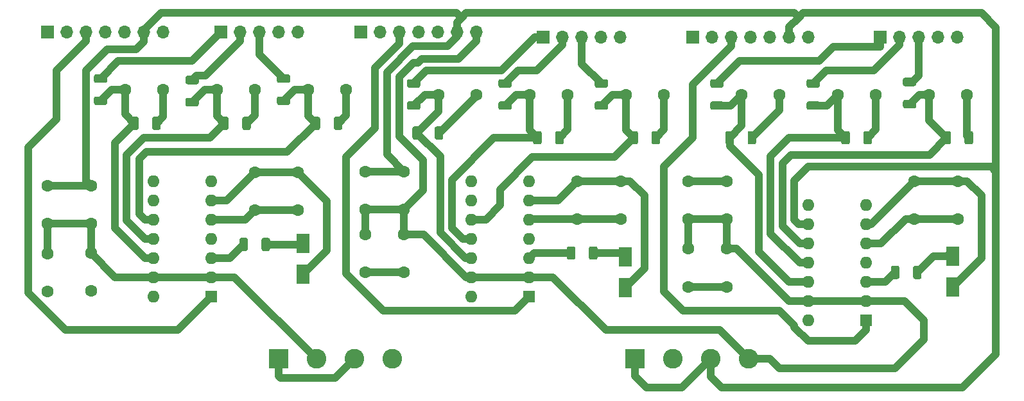
<source format=gbr>
%TF.GenerationSoftware,KiCad,Pcbnew,(5.1.10)-1*%
%TF.CreationDate,2022-02-15T22:08:32+02:00*%
%TF.ProjectId,SEM,53454d2e-6b69-4636-9164-5f7063625858,rev?*%
%TF.SameCoordinates,Original*%
%TF.FileFunction,Copper,L1,Top*%
%TF.FilePolarity,Positive*%
%FSLAX46Y46*%
G04 Gerber Fmt 4.6, Leading zero omitted, Abs format (unit mm)*
G04 Created by KiCad (PCBNEW (5.1.10)-1) date 2022-02-15 22:08:32*
%MOMM*%
%LPD*%
G01*
G04 APERTURE LIST*
%TA.AperFunction,SMDPad,CuDef*%
%ADD10R,1.800000X2.500000*%
%TD*%
%TA.AperFunction,ComponentPad*%
%ADD11C,1.600000*%
%TD*%
%TA.AperFunction,ComponentPad*%
%ADD12O,1.700000X1.700000*%
%TD*%
%TA.AperFunction,ComponentPad*%
%ADD13R,1.700000X1.700000*%
%TD*%
%TA.AperFunction,ComponentPad*%
%ADD14R,2.600000X2.600000*%
%TD*%
%TA.AperFunction,ComponentPad*%
%ADD15C,2.600000*%
%TD*%
%TA.AperFunction,ComponentPad*%
%ADD16R,1.600000X1.600000*%
%TD*%
%TA.AperFunction,ComponentPad*%
%ADD17O,1.600000X1.600000*%
%TD*%
%TA.AperFunction,Conductor*%
%ADD18C,1.000000*%
%TD*%
G04 APERTURE END LIST*
%TO.P,R11,1*%
%TO.N,Net-(D2-Pad2)*%
%TA.AperFunction,SMDPad,CuDef*%
G36*
G01*
X166078500Y-198764997D02*
X166078500Y-200015003D01*
G75*
G02*
X165828503Y-200265000I-249997J0D01*
G01*
X165203497Y-200265000D01*
G75*
G02*
X164953500Y-200015003I0J249997D01*
G01*
X164953500Y-198764997D01*
G75*
G02*
X165203497Y-198515000I249997J0D01*
G01*
X165828503Y-198515000D01*
G75*
G02*
X166078500Y-198764997I0J-249997D01*
G01*
G37*
%TD.AperFunction*%
%TO.P,R11,2*%
%TO.N,+12V*%
%TA.AperFunction,SMDPad,CuDef*%
G36*
G01*
X163153500Y-198764997D02*
X163153500Y-200015003D01*
G75*
G02*
X162903503Y-200265000I-249997J0D01*
G01*
X162278497Y-200265000D01*
G75*
G02*
X162028500Y-200015003I0J249997D01*
G01*
X162028500Y-198764997D01*
G75*
G02*
X162278497Y-198515000I249997J0D01*
G01*
X162903503Y-198515000D01*
G75*
G02*
X163153500Y-198764997I0J-249997D01*
G01*
G37*
%TD.AperFunction*%
%TD*%
%TO.P,R4,1*%
%TO.N,Net-(C11-Pad2)*%
%TA.AperFunction,SMDPad,CuDef*%
G36*
G01*
X165121003Y-177714500D02*
X163870997Y-177714500D01*
G75*
G02*
X163621000Y-177464503I0J249997D01*
G01*
X163621000Y-176839497D01*
G75*
G02*
X163870997Y-176589500I249997J0D01*
G01*
X165121003Y-176589500D01*
G75*
G02*
X165371000Y-176839497I0J-249997D01*
G01*
X165371000Y-177464503D01*
G75*
G02*
X165121003Y-177714500I-249997J0D01*
G01*
G37*
%TD.AperFunction*%
%TO.P,R4,2*%
%TO.N,/W_HIGH*%
%TA.AperFunction,SMDPad,CuDef*%
G36*
G01*
X165121003Y-174789500D02*
X163870997Y-174789500D01*
G75*
G02*
X163621000Y-174539503I0J249997D01*
G01*
X163621000Y-173914497D01*
G75*
G02*
X163870997Y-173664500I249997J0D01*
G01*
X165121003Y-173664500D01*
G75*
G02*
X165371000Y-173914497I0J-249997D01*
G01*
X165371000Y-174539503D01*
G75*
G02*
X165121003Y-174789500I-249997J0D01*
G01*
G37*
%TD.AperFunction*%
%TD*%
D10*
%TO.P,D1,2*%
%TO.N,Net-(D1-Pad2)*%
X84486000Y-195599000D03*
%TO.P,D1,1*%
%TO.N,/VBOOT_U*%
X84486000Y-199599000D03*
%TD*%
D11*
%TO.P,C4,1*%
%TO.N,GND1*%
X90201000Y-175247000D03*
%TO.P,C4,2*%
%TO.N,Net-(C4-Pad2)*%
X85201000Y-175247000D03*
%TD*%
%TO.P,R6,1*%
%TO.N,Net-(C21-Pad2)*%
%TA.AperFunction,SMDPad,CuDef*%
G36*
G01*
X152421003Y-177907000D02*
X151170997Y-177907000D01*
G75*
G02*
X150921000Y-177657003I0J249997D01*
G01*
X150921000Y-177031997D01*
G75*
G02*
X151170997Y-176782000I249997J0D01*
G01*
X152421003Y-176782000D01*
G75*
G02*
X152671000Y-177031997I0J-249997D01*
G01*
X152671000Y-177657003D01*
G75*
G02*
X152421003Y-177907000I-249997J0D01*
G01*
G37*
%TD.AperFunction*%
%TO.P,R6,2*%
%TO.N,/W_DIS*%
%TA.AperFunction,SMDPad,CuDef*%
G36*
G01*
X152421003Y-174982000D02*
X151170997Y-174982000D01*
G75*
G02*
X150921000Y-174732003I0J249997D01*
G01*
X150921000Y-174106997D01*
G75*
G02*
X151170997Y-173857000I249997J0D01*
G01*
X152421003Y-173857000D01*
G75*
G02*
X152671000Y-174106997I0J-249997D01*
G01*
X152671000Y-174732003D01*
G75*
G02*
X152421003Y-174982000I-249997J0D01*
G01*
G37*
%TD.AperFunction*%
%TD*%
%TO.P,C22,2*%
%TO.N,GND1*%
X56546000Y-196837000D03*
%TO.P,C22,1*%
%TO.N,+12V*%
X56546000Y-201837000D03*
%TD*%
%TO.P,C5,1*%
%TO.N,+5V*%
X97821000Y-186042000D03*
%TO.P,C5,2*%
%TO.N,GND1*%
X97821000Y-191042000D03*
%TD*%
%TO.P,C31,1*%
%TO.N,+12V*%
X92741000Y-199377000D03*
%TO.P,C31,2*%
%TO.N,GND1*%
X92741000Y-194377000D03*
%TD*%
D12*
%TO.P,J10,5*%
%TO.N,Net-(J10-Pad5)*%
X83820000Y-167640000D03*
%TO.P,J10,4*%
%TO.N,Net-(J10-Pad4)*%
X81280000Y-167640000D03*
%TO.P,J10,3*%
%TO.N,/U_HIGH*%
X78740000Y-167640000D03*
%TO.P,J10,2*%
%TO.N,/U_DIS*%
X76200000Y-167640000D03*
D13*
%TO.P,J10,1*%
%TO.N,/U_LOW*%
X73660000Y-167640000D03*
%TD*%
D11*
%TO.P,C17,1*%
%TO.N,GND1*%
X107346000Y-175882000D03*
%TO.P,C17,2*%
%TO.N,Net-(C17-Pad2)*%
X102346000Y-175882000D03*
%TD*%
%TO.P,R5,1*%
%TO.N,Net-(C16-Pad2)*%
%TA.AperFunction,SMDPad,CuDef*%
G36*
G01*
X139721003Y-177907000D02*
X138470997Y-177907000D01*
G75*
G02*
X138221000Y-177657003I0J249997D01*
G01*
X138221000Y-177031997D01*
G75*
G02*
X138470997Y-176782000I249997J0D01*
G01*
X139721003Y-176782000D01*
G75*
G02*
X139971000Y-177031997I0J-249997D01*
G01*
X139971000Y-177657003D01*
G75*
G02*
X139721003Y-177907000I-249997J0D01*
G01*
G37*
%TD.AperFunction*%
%TO.P,R5,2*%
%TO.N,/W_LOW*%
%TA.AperFunction,SMDPad,CuDef*%
G36*
G01*
X139721003Y-174982000D02*
X138470997Y-174982000D01*
G75*
G02*
X138221000Y-174732003I0J249997D01*
G01*
X138221000Y-174106997D01*
G75*
G02*
X138470997Y-173857000I249997J0D01*
G01*
X139721003Y-173857000D01*
G75*
G02*
X139971000Y-174106997I0J-249997D01*
G01*
X139971000Y-174732003D01*
G75*
G02*
X139721003Y-174982000I-249997J0D01*
G01*
G37*
%TD.AperFunction*%
%TD*%
%TO.P,C6,2*%
%TO.N,GND1*%
X50831000Y-192947000D03*
%TO.P,C6,1*%
%TO.N,+5V*%
X50831000Y-187947000D03*
%TD*%
D10*
%TO.P,D2,1*%
%TO.N,/VBOOT_W*%
X170211000Y-201282000D03*
%TO.P,D2,2*%
%TO.N,Net-(D2-Pad2)*%
X170211000Y-197282000D03*
%TD*%
D11*
%TO.P,C30,1*%
%TO.N,+12V*%
X135286000Y-201282000D03*
%TO.P,C30,2*%
%TO.N,GND1*%
X135286000Y-196282000D03*
%TD*%
%TO.P,R10,2*%
%TO.N,+12V*%
%TA.AperFunction,SMDPad,CuDef*%
G36*
G01*
X77236000Y-195068997D02*
X77236000Y-196319003D01*
G75*
G02*
X76986003Y-196569000I-249997J0D01*
G01*
X76360997Y-196569000D01*
G75*
G02*
X76111000Y-196319003I0J249997D01*
G01*
X76111000Y-195068997D01*
G75*
G02*
X76360997Y-194819000I249997J0D01*
G01*
X76986003Y-194819000D01*
G75*
G02*
X77236000Y-195068997I0J-249997D01*
G01*
G37*
%TD.AperFunction*%
%TO.P,R10,1*%
%TO.N,Net-(D1-Pad2)*%
%TA.AperFunction,SMDPad,CuDef*%
G36*
G01*
X80161000Y-195068997D02*
X80161000Y-196319003D01*
G75*
G02*
X79911003Y-196569000I-249997J0D01*
G01*
X79285997Y-196569000D01*
G75*
G02*
X79036000Y-196319003I0J249997D01*
G01*
X79036000Y-195068997D01*
G75*
G02*
X79285997Y-194819000I249997J0D01*
G01*
X79911003Y-194819000D01*
G75*
G02*
X80161000Y-195068997I0J-249997D01*
G01*
G37*
%TD.AperFunction*%
%TD*%
D14*
%TO.P,J5,1*%
%TO.N,+5V*%
X128270000Y-210820000D03*
D15*
%TO.P,J5,2*%
%TO.N,GND1*%
X133270000Y-210820000D03*
%TO.P,J5,3*%
%TO.N,+5V*%
X138270000Y-210820000D03*
%TO.P,J5,4*%
%TO.N,GND1*%
X143270000Y-210820000D03*
%TD*%
D11*
%TO.P,C33,1*%
%TO.N,/VBOOT_V*%
X126396000Y-187312000D03*
%TO.P,C33,2*%
%TO.N,/PHASE_V*%
X126396000Y-192312000D03*
%TD*%
%TO.P,C32,1*%
%TO.N,/VBOOT_W*%
X170846000Y-187312000D03*
%TO.P,C32,2*%
%TO.N,/PHASE_W*%
X170846000Y-192312000D03*
%TD*%
%TO.P,R7,1*%
%TO.N,Net-(C12-Pad2)*%
%TA.AperFunction,SMDPad,CuDef*%
G36*
G01*
X124481003Y-177907000D02*
X123230997Y-177907000D01*
G75*
G02*
X122981000Y-177657003I0J249997D01*
G01*
X122981000Y-177031997D01*
G75*
G02*
X123230997Y-176782000I249997J0D01*
G01*
X124481003Y-176782000D01*
G75*
G02*
X124731000Y-177031997I0J-249997D01*
G01*
X124731000Y-177657003D01*
G75*
G02*
X124481003Y-177907000I-249997J0D01*
G01*
G37*
%TD.AperFunction*%
%TO.P,R7,2*%
%TO.N,/V_HIGH*%
%TA.AperFunction,SMDPad,CuDef*%
G36*
G01*
X124481003Y-174982000D02*
X123230997Y-174982000D01*
G75*
G02*
X122981000Y-174732003I0J249997D01*
G01*
X122981000Y-174106997D01*
G75*
G02*
X123230997Y-173857000I249997J0D01*
G01*
X124481003Y-173857000D01*
G75*
G02*
X124731000Y-174106997I0J-249997D01*
G01*
X124731000Y-174732003D01*
G75*
G02*
X124481003Y-174982000I-249997J0D01*
G01*
G37*
%TD.AperFunction*%
%TD*%
%TO.P,R19,1*%
%TO.N,Net-(C21-Pad2)*%
%TA.AperFunction,SMDPad,CuDef*%
G36*
G01*
X155486000Y-182222003D02*
X155486000Y-180971997D01*
G75*
G02*
X155735997Y-180722000I249997J0D01*
G01*
X156361003Y-180722000D01*
G75*
G02*
X156611000Y-180971997I0J-249997D01*
G01*
X156611000Y-182222003D01*
G75*
G02*
X156361003Y-182472000I-249997J0D01*
G01*
X155735997Y-182472000D01*
G75*
G02*
X155486000Y-182222003I0J249997D01*
G01*
G37*
%TD.AperFunction*%
%TO.P,R19,2*%
%TO.N,GND1*%
%TA.AperFunction,SMDPad,CuDef*%
G36*
G01*
X158411000Y-182222003D02*
X158411000Y-180971997D01*
G75*
G02*
X158660997Y-180722000I249997J0D01*
G01*
X159286003Y-180722000D01*
G75*
G02*
X159536000Y-180971997I0J-249997D01*
G01*
X159536000Y-182222003D01*
G75*
G02*
X159286003Y-182472000I-249997J0D01*
G01*
X158660997Y-182472000D01*
G75*
G02*
X158411000Y-182222003I0J249997D01*
G01*
G37*
%TD.AperFunction*%
%TD*%
D12*
%TO.P,J12,7*%
%TO.N,GND1*%
X151161000Y-168262000D03*
%TO.P,J12,6*%
%TO.N,+5V*%
X148621000Y-168262000D03*
%TO.P,J12,5*%
%TO.N,/W_ISENSE*%
X146081000Y-168262000D03*
%TO.P,J12,4*%
%TO.N,/HIGH_GATE_W*%
X143541000Y-168262000D03*
%TO.P,J12,3*%
%TO.N,/LOW_GATE_W*%
X141001000Y-168262000D03*
%TO.P,J12,2*%
%TO.N,/W_USENSE*%
X138461000Y-168262000D03*
D13*
%TO.P,J12,1*%
%TO.N,/PHASE_W*%
X135921000Y-168262000D03*
%TD*%
%TO.P,R14,1*%
%TO.N,Net-(C11-Pad2)*%
%TA.AperFunction,SMDPad,CuDef*%
G36*
G01*
X168821000Y-182222003D02*
X168821000Y-180971997D01*
G75*
G02*
X169070997Y-180722000I249997J0D01*
G01*
X169696003Y-180722000D01*
G75*
G02*
X169946000Y-180971997I0J-249997D01*
G01*
X169946000Y-182222003D01*
G75*
G02*
X169696003Y-182472000I-249997J0D01*
G01*
X169070997Y-182472000D01*
G75*
G02*
X168821000Y-182222003I0J249997D01*
G01*
G37*
%TD.AperFunction*%
%TO.P,R14,2*%
%TO.N,GND1*%
%TA.AperFunction,SMDPad,CuDef*%
G36*
G01*
X171746000Y-182222003D02*
X171746000Y-180971997D01*
G75*
G02*
X171995997Y-180722000I249997J0D01*
G01*
X172621003Y-180722000D01*
G75*
G02*
X172871000Y-180971997I0J-249997D01*
G01*
X172871000Y-182222003D01*
G75*
G02*
X172621003Y-182472000I-249997J0D01*
G01*
X171995997Y-182472000D01*
G75*
G02*
X171746000Y-182222003I0J249997D01*
G01*
G37*
%TD.AperFunction*%
%TD*%
D11*
%TO.P,C7,1*%
%TO.N,GND1*%
X66071000Y-175247000D03*
%TO.P,C7,2*%
%TO.N,Net-(C7-Pad2)*%
X61071000Y-175247000D03*
%TD*%
%TO.P,R12,1*%
%TO.N,Net-(D4-Pad2)*%
%TA.AperFunction,SMDPad,CuDef*%
G36*
G01*
X123341000Y-196211997D02*
X123341000Y-197462003D01*
G75*
G02*
X123091003Y-197712000I-249997J0D01*
G01*
X122465997Y-197712000D01*
G75*
G02*
X122216000Y-197462003I0J249997D01*
G01*
X122216000Y-196211997D01*
G75*
G02*
X122465997Y-195962000I249997J0D01*
G01*
X123091003Y-195962000D01*
G75*
G02*
X123341000Y-196211997I0J-249997D01*
G01*
G37*
%TD.AperFunction*%
%TO.P,R12,2*%
%TO.N,+12V*%
%TA.AperFunction,SMDPad,CuDef*%
G36*
G01*
X120416000Y-196211997D02*
X120416000Y-197462003D01*
G75*
G02*
X120166003Y-197712000I-249997J0D01*
G01*
X119540997Y-197712000D01*
G75*
G02*
X119291000Y-197462003I0J249997D01*
G01*
X119291000Y-196211997D01*
G75*
G02*
X119540997Y-195962000I249997J0D01*
G01*
X120166003Y-195962000D01*
G75*
G02*
X120416000Y-196211997I0J-249997D01*
G01*
G37*
%TD.AperFunction*%
%TD*%
%TO.P,C16,1*%
%TO.N,GND1*%
X147351000Y-175882000D03*
%TO.P,C16,2*%
%TO.N,Net-(C16-Pad2)*%
X142351000Y-175882000D03*
%TD*%
%TO.P,R22,1*%
%TO.N,Net-(C13-Pad2)*%
%TA.AperFunction,SMDPad,CuDef*%
G36*
G01*
X73571000Y-180317003D02*
X73571000Y-179066997D01*
G75*
G02*
X73820997Y-178817000I249997J0D01*
G01*
X74446003Y-178817000D01*
G75*
G02*
X74696000Y-179066997I0J-249997D01*
G01*
X74696000Y-180317003D01*
G75*
G02*
X74446003Y-180567000I-249997J0D01*
G01*
X73820997Y-180567000D01*
G75*
G02*
X73571000Y-180317003I0J249997D01*
G01*
G37*
%TD.AperFunction*%
%TO.P,R22,2*%
%TO.N,GND1*%
%TA.AperFunction,SMDPad,CuDef*%
G36*
G01*
X76496000Y-180317003D02*
X76496000Y-179066997D01*
G75*
G02*
X76745997Y-178817000I249997J0D01*
G01*
X77371003Y-178817000D01*
G75*
G02*
X77621000Y-179066997I0J-249997D01*
G01*
X77621000Y-180317003D01*
G75*
G02*
X77371003Y-180567000I-249997J0D01*
G01*
X76745997Y-180567000D01*
G75*
G02*
X76496000Y-180317003I0J249997D01*
G01*
G37*
%TD.AperFunction*%
%TD*%
%TO.P,R2,1*%
%TO.N,Net-(C7-Pad2)*%
%TA.AperFunction,SMDPad,CuDef*%
G36*
G01*
X58441003Y-177272000D02*
X57190997Y-177272000D01*
G75*
G02*
X56941000Y-177022003I0J249997D01*
G01*
X56941000Y-176396997D01*
G75*
G02*
X57190997Y-176147000I249997J0D01*
G01*
X58441003Y-176147000D01*
G75*
G02*
X58691000Y-176396997I0J-249997D01*
G01*
X58691000Y-177022003D01*
G75*
G02*
X58441003Y-177272000I-249997J0D01*
G01*
G37*
%TD.AperFunction*%
%TO.P,R2,2*%
%TO.N,/U_LOW*%
%TA.AperFunction,SMDPad,CuDef*%
G36*
G01*
X58441003Y-174347000D02*
X57190997Y-174347000D01*
G75*
G02*
X56941000Y-174097003I0J249997D01*
G01*
X56941000Y-173471997D01*
G75*
G02*
X57190997Y-173222000I249997J0D01*
G01*
X58441003Y-173222000D01*
G75*
G02*
X58691000Y-173471997I0J-249997D01*
G01*
X58691000Y-174097003D01*
G75*
G02*
X58441003Y-174347000I-249997J0D01*
G01*
G37*
%TD.AperFunction*%
%TD*%
%TO.P,C29,1*%
%TO.N,/VBOOT_V*%
X120681000Y-187312000D03*
%TO.P,C29,2*%
%TO.N,/PHASE_V*%
X120681000Y-192312000D03*
%TD*%
%TO.P,R20,1*%
%TO.N,Net-(C23-Pad2)*%
%TA.AperFunction,SMDPad,CuDef*%
G36*
G01*
X114846000Y-182222003D02*
X114846000Y-180971997D01*
G75*
G02*
X115095997Y-180722000I249997J0D01*
G01*
X115721003Y-180722000D01*
G75*
G02*
X115971000Y-180971997I0J-249997D01*
G01*
X115971000Y-182222003D01*
G75*
G02*
X115721003Y-182472000I-249997J0D01*
G01*
X115095997Y-182472000D01*
G75*
G02*
X114846000Y-182222003I0J249997D01*
G01*
G37*
%TD.AperFunction*%
%TO.P,R20,2*%
%TO.N,GND1*%
%TA.AperFunction,SMDPad,CuDef*%
G36*
G01*
X117771000Y-182222003D02*
X117771000Y-180971997D01*
G75*
G02*
X118020997Y-180722000I249997J0D01*
G01*
X118646003Y-180722000D01*
G75*
G02*
X118896000Y-180971997I0J-249997D01*
G01*
X118896000Y-182222003D01*
G75*
G02*
X118646003Y-182472000I-249997J0D01*
G01*
X118020997Y-182472000D01*
G75*
G02*
X117771000Y-182222003I0J249997D01*
G01*
G37*
%TD.AperFunction*%
%TD*%
%TO.P,C23,1*%
%TO.N,GND1*%
X119411000Y-175882000D03*
%TO.P,C23,2*%
%TO.N,Net-(C23-Pad2)*%
X114411000Y-175882000D03*
%TD*%
D16*
%TO.P,U2,1*%
%TO.N,/LOW_GATE_W*%
X158750000Y-205740000D03*
D17*
%TO.P,U2,8*%
%TO.N,Net-(U2-Pad8)*%
X151130000Y-190500000D03*
%TO.P,U2,2*%
%TO.N,GND1*%
X158750000Y-203200000D03*
%TO.P,U2,9*%
%TO.N,+5V*%
X151130000Y-193040000D03*
%TO.P,U2,3*%
%TO.N,+12V*%
X158750000Y-200660000D03*
%TO.P,U2,10*%
%TO.N,Net-(C11-Pad2)*%
X151130000Y-195580000D03*
%TO.P,U2,4*%
%TO.N,Net-(U2-Pad4)*%
X158750000Y-198120000D03*
%TO.P,U2,11*%
%TO.N,Net-(C21-Pad2)*%
X151130000Y-198120000D03*
%TO.P,U2,5*%
%TO.N,/PHASE_W*%
X158750000Y-195580000D03*
%TO.P,U2,12*%
%TO.N,Net-(C16-Pad2)*%
X151130000Y-200660000D03*
%TO.P,U2,6*%
%TO.N,/VBOOT_W*%
X158750000Y-193040000D03*
%TO.P,U2,13*%
%TO.N,GND1*%
X151130000Y-203200000D03*
%TO.P,U2,7*%
%TO.N,/HIGH_GATE_W*%
X158750000Y-190500000D03*
%TO.P,U2,14*%
%TO.N,Net-(U2-Pad14)*%
X151130000Y-205740000D03*
%TD*%
D13*
%TO.P,J13,1*%
%TO.N,/PHASE_V*%
X92106000Y-167627000D03*
D12*
%TO.P,J13,2*%
%TO.N,/V_USENSE*%
X94646000Y-167627000D03*
%TO.P,J13,3*%
%TO.N,/LOW_GATE_V*%
X97186000Y-167627000D03*
%TO.P,J13,4*%
%TO.N,/HIGH_GATE_V*%
X99726000Y-167627000D03*
%TO.P,J13,5*%
%TO.N,/V_ISENSE*%
X102266000Y-167627000D03*
%TO.P,J13,6*%
%TO.N,+5V*%
X104806000Y-167627000D03*
%TO.P,J13,7*%
%TO.N,GND1*%
X107346000Y-167627000D03*
%TD*%
D11*
%TO.P,C25,2*%
%TO.N,/PHASE_U*%
X83851000Y-191169000D03*
%TO.P,C25,1*%
%TO.N,/VBOOT_U*%
X83851000Y-186169000D03*
%TD*%
D13*
%TO.P,J9,1*%
%TO.N,/V_LOW*%
X116205000Y-168275000D03*
D12*
%TO.P,J9,2*%
%TO.N,/V_DIS*%
X118745000Y-168275000D03*
%TO.P,J9,3*%
%TO.N,/V_HIGH*%
X121285000Y-168275000D03*
%TO.P,J9,4*%
%TO.N,Net-(J9-Pad4)*%
X123825000Y-168275000D03*
%TO.P,J9,5*%
%TO.N,Net-(J9-Pad5)*%
X126365000Y-168275000D03*
%TD*%
%TO.P,R16,1*%
%TO.N,Net-(C7-Pad2)*%
%TA.AperFunction,SMDPad,CuDef*%
G36*
G01*
X61696000Y-180317003D02*
X61696000Y-179066997D01*
G75*
G02*
X61945997Y-178817000I249997J0D01*
G01*
X62571003Y-178817000D01*
G75*
G02*
X62821000Y-179066997I0J-249997D01*
G01*
X62821000Y-180317003D01*
G75*
G02*
X62571003Y-180567000I-249997J0D01*
G01*
X61945997Y-180567000D01*
G75*
G02*
X61696000Y-180317003I0J249997D01*
G01*
G37*
%TD.AperFunction*%
%TO.P,R16,2*%
%TO.N,GND1*%
%TA.AperFunction,SMDPad,CuDef*%
G36*
G01*
X64621000Y-180317003D02*
X64621000Y-179066997D01*
G75*
G02*
X64870997Y-178817000I249997J0D01*
G01*
X65496003Y-178817000D01*
G75*
G02*
X65746000Y-179066997I0J-249997D01*
G01*
X65746000Y-180317003D01*
G75*
G02*
X65496003Y-180567000I-249997J0D01*
G01*
X64870997Y-180567000D01*
G75*
G02*
X64621000Y-180317003I0J249997D01*
G01*
G37*
%TD.AperFunction*%
%TD*%
%TO.P,R17,1*%
%TO.N,Net-(C16-Pad2)*%
%TA.AperFunction,SMDPad,CuDef*%
G36*
G01*
X140215000Y-182222003D02*
X140215000Y-180971997D01*
G75*
G02*
X140464997Y-180722000I249997J0D01*
G01*
X141090003Y-180722000D01*
G75*
G02*
X141340000Y-180971997I0J-249997D01*
G01*
X141340000Y-182222003D01*
G75*
G02*
X141090003Y-182472000I-249997J0D01*
G01*
X140464997Y-182472000D01*
G75*
G02*
X140215000Y-182222003I0J249997D01*
G01*
G37*
%TD.AperFunction*%
%TO.P,R17,2*%
%TO.N,GND1*%
%TA.AperFunction,SMDPad,CuDef*%
G36*
G01*
X143140000Y-182222003D02*
X143140000Y-180971997D01*
G75*
G02*
X143389997Y-180722000I249997J0D01*
G01*
X144015003Y-180722000D01*
G75*
G02*
X144265000Y-180971997I0J-249997D01*
G01*
X144265000Y-182222003D01*
G75*
G02*
X144015003Y-182472000I-249997J0D01*
G01*
X143389997Y-182472000D01*
G75*
G02*
X143140000Y-182222003I0J249997D01*
G01*
G37*
%TD.AperFunction*%
%TD*%
%TO.P,R15,1*%
%TO.N,Net-(C12-Pad2)*%
%TA.AperFunction,SMDPad,CuDef*%
G36*
G01*
X127546000Y-182222003D02*
X127546000Y-180971997D01*
G75*
G02*
X127795997Y-180722000I249997J0D01*
G01*
X128421003Y-180722000D01*
G75*
G02*
X128671000Y-180971997I0J-249997D01*
G01*
X128671000Y-182222003D01*
G75*
G02*
X128421003Y-182472000I-249997J0D01*
G01*
X127795997Y-182472000D01*
G75*
G02*
X127546000Y-182222003I0J249997D01*
G01*
G37*
%TD.AperFunction*%
%TO.P,R15,2*%
%TO.N,GND1*%
%TA.AperFunction,SMDPad,CuDef*%
G36*
G01*
X130471000Y-182222003D02*
X130471000Y-180971997D01*
G75*
G02*
X130720997Y-180722000I249997J0D01*
G01*
X131346003Y-180722000D01*
G75*
G02*
X131596000Y-180971997I0J-249997D01*
G01*
X131596000Y-182222003D01*
G75*
G02*
X131346003Y-182472000I-249997J0D01*
G01*
X130720997Y-182472000D01*
G75*
G02*
X130471000Y-182222003I0J249997D01*
G01*
G37*
%TD.AperFunction*%
%TD*%
D14*
%TO.P,J8,1*%
%TO.N,+12V*%
X81280000Y-210820000D03*
D15*
%TO.P,J8,2*%
%TO.N,GND1*%
X86280000Y-210820000D03*
%TO.P,J8,3*%
%TO.N,+12V*%
X91280000Y-210820000D03*
%TO.P,J8,4*%
%TO.N,GND1*%
X96280000Y-210820000D03*
%TD*%
D16*
%TO.P,U3,1*%
%TO.N,/LOW_GATE_V*%
X114331000Y-202552000D03*
D17*
%TO.P,U3,8*%
%TO.N,Net-(U3-Pad8)*%
X106711000Y-187312000D03*
%TO.P,U3,2*%
%TO.N,GND1*%
X114331000Y-200012000D03*
%TO.P,U3,9*%
%TO.N,+5V*%
X106711000Y-189852000D03*
%TO.P,U3,3*%
%TO.N,+12V*%
X114331000Y-197472000D03*
%TO.P,U3,10*%
%TO.N,Net-(C12-Pad2)*%
X106711000Y-192392000D03*
%TO.P,U3,4*%
%TO.N,Net-(U3-Pad4)*%
X114331000Y-194932000D03*
%TO.P,U3,11*%
%TO.N,Net-(C23-Pad2)*%
X106711000Y-194932000D03*
%TO.P,U3,5*%
%TO.N,/PHASE_V*%
X114331000Y-192392000D03*
%TO.P,U3,12*%
%TO.N,Net-(C17-Pad2)*%
X106711000Y-197472000D03*
%TO.P,U3,6*%
%TO.N,/VBOOT_V*%
X114331000Y-189852000D03*
%TO.P,U3,13*%
%TO.N,GND1*%
X106711000Y-200012000D03*
%TO.P,U3,7*%
%TO.N,/HIGH_GATE_V*%
X114331000Y-187312000D03*
%TO.P,U3,14*%
%TO.N,Net-(U3-Pad14)*%
X106711000Y-202552000D03*
%TD*%
D11*
%TO.P,C9,1*%
%TO.N,+5V*%
X92741000Y-186042000D03*
%TO.P,C9,2*%
%TO.N,GND1*%
X92741000Y-191042000D03*
%TD*%
D13*
%TO.P,J11,1*%
%TO.N,/PHASE_U*%
X50800000Y-167627000D03*
D12*
%TO.P,J11,2*%
%TO.N,/U_USENSE*%
X53340000Y-167627000D03*
%TO.P,J11,3*%
%TO.N,/LOW_GATE_U*%
X55880000Y-167627000D03*
%TO.P,J11,4*%
%TO.N,/HIGH_GATE_U*%
X58420000Y-167627000D03*
%TO.P,J11,5*%
%TO.N,/U_ISENSE*%
X60960000Y-167627000D03*
%TO.P,J11,6*%
%TO.N,+5V*%
X63500000Y-167627000D03*
%TO.P,J11,7*%
%TO.N,GND1*%
X66040000Y-167627000D03*
%TD*%
D11*
%TO.P,C3,1*%
%TO.N,+5V*%
X140366000Y-187312000D03*
%TO.P,C3,2*%
%TO.N,GND1*%
X140366000Y-192312000D03*
%TD*%
%TO.P,C21,1*%
%TO.N,GND1*%
X160051000Y-175882000D03*
%TO.P,C21,2*%
%TO.N,Net-(C21-Pad2)*%
X155051000Y-175882000D03*
%TD*%
%TO.P,C2,2*%
%TO.N,GND1*%
X56546000Y-192947000D03*
%TO.P,C2,1*%
%TO.N,+5V*%
X56546000Y-187947000D03*
%TD*%
D13*
%TO.P,J4,1*%
%TO.N,/W_LOW*%
X160655000Y-168275000D03*
D12*
%TO.P,J4,2*%
%TO.N,/W_DIS*%
X163195000Y-168275000D03*
%TO.P,J4,3*%
%TO.N,/W_HIGH*%
X165735000Y-168275000D03*
%TO.P,J4,4*%
%TO.N,Net-(J4-Pad4)*%
X168275000Y-168275000D03*
%TO.P,J4,5*%
%TO.N,Net-(J4-Pad5)*%
X170815000Y-168275000D03*
%TD*%
D10*
%TO.P,D4,1*%
%TO.N,/VBOOT_V*%
X127031000Y-201377000D03*
%TO.P,D4,2*%
%TO.N,Net-(D4-Pad2)*%
X127031000Y-197377000D03*
%TD*%
D11*
%TO.P,C28,2*%
%TO.N,GND1*%
X50831000Y-196917000D03*
%TO.P,C28,1*%
%TO.N,+12V*%
X50831000Y-201917000D03*
%TD*%
%TO.P,C11,1*%
%TO.N,GND1*%
X172085000Y-175895000D03*
%TO.P,C11,2*%
%TO.N,Net-(C11-Pad2)*%
X167085000Y-175895000D03*
%TD*%
%TO.P,C19,2*%
%TO.N,/PHASE_U*%
X78136000Y-191169000D03*
%TO.P,C19,1*%
%TO.N,/VBOOT_U*%
X78136000Y-186169000D03*
%TD*%
%TO.P,C12,1*%
%TO.N,GND1*%
X132111000Y-175882000D03*
%TO.P,C12,2*%
%TO.N,Net-(C12-Pad2)*%
X127111000Y-175882000D03*
%TD*%
%TO.P,C26,1*%
%TO.N,+12V*%
X97821000Y-199377000D03*
%TO.P,C26,2*%
%TO.N,GND1*%
X97821000Y-194377000D03*
%TD*%
%TO.P,C8,1*%
%TO.N,+5V*%
X135286000Y-187312000D03*
%TO.P,C8,2*%
%TO.N,GND1*%
X135286000Y-192312000D03*
%TD*%
%TO.P,C13,1*%
%TO.N,GND1*%
X78136000Y-175247000D03*
%TO.P,C13,2*%
%TO.N,Net-(C13-Pad2)*%
X73136000Y-175247000D03*
%TD*%
%TO.P,R18,1*%
%TO.N,Net-(C17-Pad2)*%
%TA.AperFunction,SMDPad,CuDef*%
G36*
G01*
X98940000Y-181600003D02*
X98940000Y-180349997D01*
G75*
G02*
X99189997Y-180100000I249997J0D01*
G01*
X99815003Y-180100000D01*
G75*
G02*
X100065000Y-180349997I0J-249997D01*
G01*
X100065000Y-181600003D01*
G75*
G02*
X99815003Y-181850000I-249997J0D01*
G01*
X99189997Y-181850000D01*
G75*
G02*
X98940000Y-181600003I0J249997D01*
G01*
G37*
%TD.AperFunction*%
%TO.P,R18,2*%
%TO.N,GND1*%
%TA.AperFunction,SMDPad,CuDef*%
G36*
G01*
X101865000Y-181600003D02*
X101865000Y-180349997D01*
G75*
G02*
X102114997Y-180100000I249997J0D01*
G01*
X102740003Y-180100000D01*
G75*
G02*
X102990000Y-180349997I0J-249997D01*
G01*
X102990000Y-181600003D01*
G75*
G02*
X102740003Y-181850000I-249997J0D01*
G01*
X102114997Y-181850000D01*
G75*
G02*
X101865000Y-181600003I0J249997D01*
G01*
G37*
%TD.AperFunction*%
%TD*%
%TO.P,R1,1*%
%TO.N,Net-(C4-Pad2)*%
%TA.AperFunction,SMDPad,CuDef*%
G36*
G01*
X82571003Y-177272000D02*
X81320997Y-177272000D01*
G75*
G02*
X81071000Y-177022003I0J249997D01*
G01*
X81071000Y-176396997D01*
G75*
G02*
X81320997Y-176147000I249997J0D01*
G01*
X82571003Y-176147000D01*
G75*
G02*
X82821000Y-176396997I0J-249997D01*
G01*
X82821000Y-177022003D01*
G75*
G02*
X82571003Y-177272000I-249997J0D01*
G01*
G37*
%TD.AperFunction*%
%TO.P,R1,2*%
%TO.N,/U_HIGH*%
%TA.AperFunction,SMDPad,CuDef*%
G36*
G01*
X82571003Y-174347000D02*
X81320997Y-174347000D01*
G75*
G02*
X81071000Y-174097003I0J249997D01*
G01*
X81071000Y-173471997D01*
G75*
G02*
X81320997Y-173222000I249997J0D01*
G01*
X82571003Y-173222000D01*
G75*
G02*
X82821000Y-173471997I0J-249997D01*
G01*
X82821000Y-174097003D01*
G75*
G02*
X82571003Y-174347000I-249997J0D01*
G01*
G37*
%TD.AperFunction*%
%TD*%
%TO.P,R9,1*%
%TO.N,Net-(C23-Pad2)*%
%TA.AperFunction,SMDPad,CuDef*%
G36*
G01*
X111781003Y-177907000D02*
X110530997Y-177907000D01*
G75*
G02*
X110281000Y-177657003I0J249997D01*
G01*
X110281000Y-177031997D01*
G75*
G02*
X110530997Y-176782000I249997J0D01*
G01*
X111781003Y-176782000D01*
G75*
G02*
X112031000Y-177031997I0J-249997D01*
G01*
X112031000Y-177657003D01*
G75*
G02*
X111781003Y-177907000I-249997J0D01*
G01*
G37*
%TD.AperFunction*%
%TO.P,R9,2*%
%TO.N,/V_DIS*%
%TA.AperFunction,SMDPad,CuDef*%
G36*
G01*
X111781003Y-174982000D02*
X110530997Y-174982000D01*
G75*
G02*
X110281000Y-174732003I0J249997D01*
G01*
X110281000Y-174106997D01*
G75*
G02*
X110530997Y-173857000I249997J0D01*
G01*
X111781003Y-173857000D01*
G75*
G02*
X112031000Y-174106997I0J-249997D01*
G01*
X112031000Y-174732003D01*
G75*
G02*
X111781003Y-174982000I-249997J0D01*
G01*
G37*
%TD.AperFunction*%
%TD*%
%TO.P,R8,1*%
%TO.N,Net-(C17-Pad2)*%
%TA.AperFunction,SMDPad,CuDef*%
G36*
G01*
X99716003Y-177907000D02*
X98465997Y-177907000D01*
G75*
G02*
X98216000Y-177657003I0J249997D01*
G01*
X98216000Y-177031997D01*
G75*
G02*
X98465997Y-176782000I249997J0D01*
G01*
X99716003Y-176782000D01*
G75*
G02*
X99966000Y-177031997I0J-249997D01*
G01*
X99966000Y-177657003D01*
G75*
G02*
X99716003Y-177907000I-249997J0D01*
G01*
G37*
%TD.AperFunction*%
%TO.P,R8,2*%
%TO.N,/V_LOW*%
%TA.AperFunction,SMDPad,CuDef*%
G36*
G01*
X99716003Y-174982000D02*
X98465997Y-174982000D01*
G75*
G02*
X98216000Y-174732003I0J249997D01*
G01*
X98216000Y-174106997D01*
G75*
G02*
X98465997Y-173857000I249997J0D01*
G01*
X99716003Y-173857000D01*
G75*
G02*
X99966000Y-174106997I0J-249997D01*
G01*
X99966000Y-174732003D01*
G75*
G02*
X99716003Y-174982000I-249997J0D01*
G01*
G37*
%TD.AperFunction*%
%TD*%
%TO.P,R13,1*%
%TO.N,Net-(C4-Pad2)*%
%TA.AperFunction,SMDPad,CuDef*%
G36*
G01*
X85636000Y-180317003D02*
X85636000Y-179066997D01*
G75*
G02*
X85885997Y-178817000I249997J0D01*
G01*
X86511003Y-178817000D01*
G75*
G02*
X86761000Y-179066997I0J-249997D01*
G01*
X86761000Y-180317003D01*
G75*
G02*
X86511003Y-180567000I-249997J0D01*
G01*
X85885997Y-180567000D01*
G75*
G02*
X85636000Y-180317003I0J249997D01*
G01*
G37*
%TD.AperFunction*%
%TO.P,R13,2*%
%TO.N,GND1*%
%TA.AperFunction,SMDPad,CuDef*%
G36*
G01*
X88561000Y-180317003D02*
X88561000Y-179066997D01*
G75*
G02*
X88810997Y-178817000I249997J0D01*
G01*
X89436003Y-178817000D01*
G75*
G02*
X89686000Y-179066997I0J-249997D01*
G01*
X89686000Y-180317003D01*
G75*
G02*
X89436003Y-180567000I-249997J0D01*
G01*
X88810997Y-180567000D01*
G75*
G02*
X88561000Y-180317003I0J249997D01*
G01*
G37*
%TD.AperFunction*%
%TD*%
%TO.P,C27,1*%
%TO.N,/VBOOT_W*%
X165131000Y-187312000D03*
%TO.P,C27,2*%
%TO.N,/PHASE_W*%
X165131000Y-192312000D03*
%TD*%
%TO.P,C24,1*%
%TO.N,+12V*%
X140366000Y-201282000D03*
%TO.P,C24,2*%
%TO.N,GND1*%
X140366000Y-196282000D03*
%TD*%
%TO.P,R3,1*%
%TO.N,Net-(C13-Pad2)*%
%TA.AperFunction,SMDPad,CuDef*%
G36*
G01*
X70506003Y-177462000D02*
X69255997Y-177462000D01*
G75*
G02*
X69006000Y-177212003I0J249997D01*
G01*
X69006000Y-176586997D01*
G75*
G02*
X69255997Y-176337000I249997J0D01*
G01*
X70506003Y-176337000D01*
G75*
G02*
X70756000Y-176586997I0J-249997D01*
G01*
X70756000Y-177212003D01*
G75*
G02*
X70506003Y-177462000I-249997J0D01*
G01*
G37*
%TD.AperFunction*%
%TO.P,R3,2*%
%TO.N,/U_DIS*%
%TA.AperFunction,SMDPad,CuDef*%
G36*
G01*
X70506003Y-174537000D02*
X69255997Y-174537000D01*
G75*
G02*
X69006000Y-174287003I0J249997D01*
G01*
X69006000Y-173661997D01*
G75*
G02*
X69255997Y-173412000I249997J0D01*
G01*
X70506003Y-173412000D01*
G75*
G02*
X70756000Y-173661997I0J-249997D01*
G01*
X70756000Y-174287003D01*
G75*
G02*
X70506003Y-174537000I-249997J0D01*
G01*
G37*
%TD.AperFunction*%
%TD*%
D17*
%TO.P,U1,14*%
%TO.N,Net-(U1-Pad14)*%
X64801000Y-202552000D03*
%TO.P,U1,7*%
%TO.N,/HIGH_GATE_U*%
X72421000Y-187312000D03*
%TO.P,U1,13*%
%TO.N,GND1*%
X64801000Y-200012000D03*
%TO.P,U1,6*%
%TO.N,/VBOOT_U*%
X72421000Y-189852000D03*
%TO.P,U1,12*%
%TO.N,Net-(C7-Pad2)*%
X64801000Y-197472000D03*
%TO.P,U1,5*%
%TO.N,/PHASE_U*%
X72421000Y-192392000D03*
%TO.P,U1,11*%
%TO.N,Net-(C13-Pad2)*%
X64801000Y-194932000D03*
%TO.P,U1,4*%
%TO.N,Net-(U1-Pad4)*%
X72421000Y-194932000D03*
%TO.P,U1,10*%
%TO.N,Net-(C4-Pad2)*%
X64801000Y-192392000D03*
%TO.P,U1,3*%
%TO.N,+12V*%
X72421000Y-197472000D03*
%TO.P,U1,9*%
%TO.N,+5V*%
X64801000Y-189852000D03*
%TO.P,U1,2*%
%TO.N,GND1*%
X72421000Y-200012000D03*
%TO.P,U1,8*%
%TO.N,Net-(U1-Pad8)*%
X64801000Y-187312000D03*
D16*
%TO.P,U1,1*%
%TO.N,/LOW_GATE_U*%
X72421000Y-202552000D03*
%TD*%
D18*
%TO.N,+5V*%
X65754998Y-165100000D02*
X63500000Y-167354998D01*
X63500000Y-167354998D02*
X63500000Y-167627000D01*
X104775000Y-165100000D02*
X65754998Y-165100000D01*
X105401999Y-165726999D02*
X104775000Y-165100000D01*
X173990000Y-165100000D02*
X150495000Y-165100000D01*
X175895000Y-186055000D02*
X175895000Y-167005000D01*
X175895000Y-167005000D02*
X173990000Y-165100000D01*
X150495000Y-165100000D02*
X149868001Y-165726999D01*
X106028998Y-165100000D02*
X105401999Y-165726999D01*
X149241002Y-165100000D02*
X106028998Y-165100000D01*
X149868001Y-165726999D02*
X149241002Y-165100000D01*
X139700000Y-214630000D02*
X138270000Y-213200000D01*
X175895000Y-186055000D02*
X175895000Y-210185000D01*
X138270000Y-213200000D02*
X138270000Y-210820000D01*
X171450000Y-214630000D02*
X139700000Y-214630000D01*
X175895000Y-210185000D02*
X171450000Y-214630000D01*
X149860000Y-193040000D02*
X149279999Y-192459999D01*
X149279999Y-187270001D02*
X151130000Y-185420000D01*
X149279999Y-192459999D02*
X149279999Y-187270001D01*
X151130000Y-193040000D02*
X149860000Y-193040000D01*
X151130000Y-185420000D02*
X175260000Y-185420000D01*
X175260000Y-185420000D02*
X175895000Y-186055000D01*
X148621000Y-166974000D02*
X149868001Y-165726999D01*
X148621000Y-168262000D02*
X148621000Y-166974000D01*
X56546000Y-187947000D02*
X50831000Y-187947000D01*
X104806000Y-167627000D02*
X104806000Y-166322998D01*
X104806000Y-166322998D02*
X105401999Y-165726999D01*
X95615980Y-183836980D02*
X95615980Y-172926479D01*
X134460000Y-214630000D02*
X138270000Y-210820000D01*
X128270000Y-213120000D02*
X129780000Y-214630000D01*
X95615980Y-172926479D02*
X99015458Y-169527001D01*
X104806000Y-168244000D02*
X104806000Y-167627000D01*
X58700010Y-169899990D02*
X55890990Y-172709010D01*
X55890990Y-172709010D02*
X55890990Y-187291990D01*
X63500000Y-167627000D02*
X63500000Y-168910000D01*
X63500000Y-168910000D02*
X62510010Y-169899990D01*
X99015458Y-169527001D02*
X103522999Y-169527001D01*
X103522999Y-169527001D02*
X104806000Y-168244000D01*
X129780000Y-214630000D02*
X134460000Y-214630000D01*
X128270000Y-210820000D02*
X128270000Y-213120000D01*
X135286000Y-187312000D02*
X140366000Y-187312000D01*
X55890990Y-187291990D02*
X56546000Y-187947000D01*
X62510010Y-169899990D02*
X58700010Y-169899990D01*
X92741000Y-186042000D02*
X97821000Y-186042000D01*
X97821000Y-186042000D02*
X95615980Y-183836980D01*
%TO.N,/PHASE_U*%
X78136000Y-191169000D02*
X83851000Y-191169000D01*
X78136000Y-191169000D02*
X76913000Y-192392000D01*
X76913000Y-192392000D02*
X72421000Y-192392000D01*
%TO.N,/PHASE_W*%
X163999630Y-192312000D02*
X160731630Y-195580000D01*
X165131000Y-192312000D02*
X163999630Y-192312000D01*
X160731630Y-195580000D02*
X158750000Y-195580000D01*
X165131000Y-192312000D02*
X170846000Y-192312000D01*
%TO.N,/PHASE_V*%
X120681000Y-192312000D02*
X114411000Y-192312000D01*
X114411000Y-192312000D02*
X114331000Y-192392000D01*
X120681000Y-192312000D02*
X126396000Y-192312000D01*
%TO.N,GND1*%
X90201000Y-175247000D02*
X90201000Y-178614500D01*
X56546000Y-192947000D02*
X56546000Y-196837000D01*
X66071000Y-178804500D02*
X65183500Y-179692000D01*
X66071000Y-175247000D02*
X66071000Y-178804500D01*
X100397000Y-194377000D02*
X106032000Y-200012000D01*
X75472000Y-200012000D02*
X86280000Y-210820000D01*
X56546000Y-196837000D02*
X59721000Y-200012000D01*
X59721000Y-200012000D02*
X64801000Y-200012000D01*
X97821000Y-194377000D02*
X100397000Y-194377000D01*
X78136000Y-178614500D02*
X77058500Y-179692000D01*
X106032000Y-200012000D02*
X106711000Y-200012000D01*
X106711000Y-200012000D02*
X114331000Y-200012000D01*
X50831000Y-192947000D02*
X50831000Y-196917000D01*
X90201000Y-178614500D02*
X89123500Y-179692000D01*
X64801000Y-200012000D02*
X72421000Y-200012000D01*
X50831000Y-192947000D02*
X56546000Y-192947000D01*
X92741000Y-191042000D02*
X92741000Y-194377000D01*
X72421000Y-200012000D02*
X75472000Y-200012000D01*
X78136000Y-175247000D02*
X78136000Y-178614500D01*
X160051000Y-180519500D02*
X158973500Y-181597000D01*
X99643951Y-171674504D02*
X100148465Y-171169990D01*
X100148465Y-171169990D02*
X105005091Y-171169990D01*
X141672000Y-196282000D02*
X148590000Y-203200000D01*
X163830000Y-203200000D02*
X158750000Y-203200000D01*
X107346000Y-176056500D02*
X102427500Y-180975000D01*
X119411000Y-175882000D02*
X119411000Y-180519500D01*
X147351000Y-177948500D02*
X143702500Y-181597000D01*
X172085000Y-181373500D02*
X172308500Y-181597000D01*
X151130000Y-203200000D02*
X158750000Y-203200000D01*
X148590000Y-203200000D02*
X151130000Y-203200000D01*
X119411000Y-180519500D02*
X118333500Y-181597000D01*
X105005091Y-171169990D02*
X107346000Y-168829081D01*
X100330000Y-184578496D02*
X97165990Y-181414486D01*
X162560000Y-212090000D02*
X166370000Y-208280000D01*
X107346000Y-168829081D02*
X107346000Y-167627000D01*
X135286000Y-192312000D02*
X140366000Y-192312000D01*
X140366000Y-196282000D02*
X141672000Y-196282000D01*
X100330000Y-188533000D02*
X100330000Y-184578496D01*
X97821000Y-191042000D02*
X100330000Y-188533000D01*
X143270000Y-210820000D02*
X139460000Y-207010000D01*
X139460000Y-207010000D02*
X124460000Y-207010000D01*
X166370000Y-205740000D02*
X163830000Y-203200000D01*
X140366000Y-192312000D02*
X140366000Y-196282000D01*
X135286000Y-192312000D02*
X135286000Y-196282000D01*
X97165990Y-173568514D02*
X99060000Y-171674504D01*
X107346000Y-175882000D02*
X107346000Y-176056500D01*
X97165990Y-181414486D02*
X97165990Y-173568514D01*
X146050000Y-210820000D02*
X147320000Y-212090000D01*
X92741000Y-191042000D02*
X97821000Y-191042000D01*
X97821000Y-191042000D02*
X97821000Y-194377000D01*
X172085000Y-175895000D02*
X172085000Y-181373500D01*
X124460000Y-207010000D02*
X117462000Y-200012000D01*
X117462000Y-200012000D02*
X114331000Y-200012000D01*
X132111000Y-175882000D02*
X132111000Y-180519500D01*
X147320000Y-212090000D02*
X162560000Y-212090000D01*
X147351000Y-175882000D02*
X147351000Y-177948500D01*
X99060000Y-171674504D02*
X99643951Y-171674504D01*
X132111000Y-180519500D02*
X131033500Y-181597000D01*
X166370000Y-208280000D02*
X166370000Y-205740000D01*
X160051000Y-175882000D02*
X160051000Y-180519500D01*
X143270000Y-210820000D02*
X146050000Y-210820000D01*
%TO.N,/LOW_GATE_U*%
X53185998Y-207010000D02*
X67963000Y-207010000D01*
X55880000Y-167627000D02*
X55880000Y-168829081D01*
X51989081Y-172720000D02*
X51989081Y-179150919D01*
X67963000Y-207010000D02*
X72421000Y-202552000D01*
X51989081Y-179150919D02*
X48260000Y-182880000D01*
X48260000Y-182880000D02*
X48260000Y-202084002D01*
X55880000Y-168829081D02*
X51989081Y-172720000D01*
X48260000Y-202084002D02*
X53185998Y-207010000D01*
%TO.N,/LOW_GATE_V*%
X97186000Y-169164415D02*
X93980000Y-172370415D01*
X90170000Y-184150000D02*
X90170000Y-199544002D01*
X93980000Y-172370415D02*
X93980000Y-180340000D01*
X112413000Y-204470000D02*
X114331000Y-202552000D01*
X95095998Y-204470000D02*
X112413000Y-204470000D01*
X93980000Y-180340000D02*
X90170000Y-184150000D01*
X90170000Y-199544002D02*
X95095998Y-204470000D01*
X97186000Y-167627000D02*
X97186000Y-169164415D01*
%TO.N,/LOW_GATE_W*%
X135890000Y-181610000D02*
X132080000Y-185420000D01*
X141001000Y-169464081D02*
X135890000Y-174575081D01*
X147320000Y-204470000D02*
X149279999Y-206429999D01*
X157290001Y-208469999D02*
X158750000Y-207010000D01*
X158750000Y-207010000D02*
X158750000Y-205740000D01*
X149279999Y-206429999D02*
X149279999Y-206628001D01*
X134620000Y-204470000D02*
X147320000Y-204470000D01*
X132080000Y-201930000D02*
X134620000Y-204470000D01*
X135890000Y-174575081D02*
X135890000Y-181610000D01*
X132080000Y-185420000D02*
X132080000Y-201930000D01*
X149279999Y-206628001D02*
X151121997Y-208469999D01*
X151121997Y-208469999D02*
X157290001Y-208469999D01*
X141001000Y-168262000D02*
X141001000Y-169464081D01*
%TO.N,Net-(C4-Pad2)*%
X85201000Y-178694500D02*
X86198500Y-179692000D01*
X86198500Y-179692000D02*
X82398958Y-183491542D01*
X85201000Y-175247000D02*
X83408500Y-175247000D01*
X62950999Y-184365065D02*
X62950999Y-191673369D01*
X63824522Y-183491542D02*
X62950999Y-184365065D01*
X63669630Y-192392000D02*
X64801000Y-192392000D01*
X62950999Y-191673369D02*
X63669630Y-192392000D01*
X85201000Y-175247000D02*
X85201000Y-178694500D01*
X82398958Y-183491542D02*
X63824522Y-183491542D01*
X83408500Y-175247000D02*
X81946000Y-176709500D01*
%TO.N,Net-(C7-Pad2)*%
X61071000Y-178504500D02*
X62258500Y-179692000D01*
X59278500Y-175247000D02*
X57816000Y-176709500D01*
X61071000Y-175247000D02*
X61071000Y-178504500D01*
X63669630Y-197472000D02*
X64801000Y-197472000D01*
X62258500Y-179692000D02*
X59690000Y-182260500D01*
X59690000Y-182260500D02*
X59690000Y-193492370D01*
X61071000Y-175247000D02*
X59278500Y-175247000D01*
X59690000Y-193492370D02*
X63669630Y-197472000D01*
%TO.N,Net-(C11-Pad2)*%
X147729989Y-193311359D02*
X149998630Y-195580000D01*
X167110510Y-183869990D02*
X148870010Y-183869990D01*
X167085000Y-175895000D02*
X167085000Y-179298500D01*
X167085000Y-175895000D02*
X165753000Y-175895000D01*
X169370500Y-181610000D02*
X169383500Y-181597000D01*
X167085000Y-179298500D02*
X169383500Y-181597000D01*
X149998630Y-195580000D02*
X151130000Y-195580000D01*
X147729989Y-185010011D02*
X147729989Y-193311359D01*
X165753000Y-175895000D02*
X164496000Y-177152000D01*
X148870010Y-183869990D02*
X147729989Y-185010011D01*
X169383500Y-181597000D02*
X167110510Y-183869990D01*
%TO.N,Net-(C12-Pad2)*%
X110490000Y-190500000D02*
X108598000Y-192392000D01*
X127111000Y-180599500D02*
X128108500Y-181597000D01*
X127111000Y-175882000D02*
X125318500Y-175882000D01*
X125555500Y-184150000D02*
X114754998Y-184150000D01*
X110490000Y-188414998D02*
X110490000Y-190500000D01*
X114754998Y-184150000D02*
X110490000Y-188414998D01*
X125318500Y-175882000D02*
X123856000Y-177344500D01*
X108598000Y-192392000D02*
X106711000Y-192392000D01*
X127111000Y-175882000D02*
X127111000Y-180599500D01*
X128108500Y-181597000D02*
X125555500Y-184150000D01*
%TO.N,Net-(C13-Pad2)*%
X63669630Y-194932000D02*
X64801000Y-194932000D01*
X71533500Y-175247000D02*
X69881000Y-176899500D01*
X73136000Y-178694500D02*
X74133500Y-179692000D01*
X74133500Y-179692000D02*
X72208490Y-181617010D01*
X72208490Y-181617010D02*
X63507010Y-181617010D01*
X73136000Y-175247000D02*
X73136000Y-178694500D01*
X61240010Y-183869990D02*
X61240010Y-192502380D01*
X61240010Y-192502380D02*
X63669630Y-194932000D01*
X63507010Y-181617010D02*
X62244020Y-182880000D01*
X62244020Y-182880000D02*
X62230000Y-182880000D01*
X73136000Y-175247000D02*
X71533500Y-175247000D01*
X62230000Y-182880000D02*
X61240010Y-183869990D01*
%TO.N,Net-(C16-Pad2)*%
X144629969Y-186539969D02*
X144629969Y-196699969D01*
X144629969Y-196699969D02*
X148590000Y-200660000D01*
X148590000Y-200660000D02*
X151130000Y-200660000D01*
X140777500Y-182687500D02*
X144629969Y-186539969D01*
X140777500Y-181597000D02*
X140777500Y-182687500D01*
X140888500Y-177344500D02*
X142351000Y-175882000D01*
X139096000Y-177344500D02*
X140888500Y-177344500D01*
X142351000Y-180023500D02*
X140777500Y-181597000D01*
X142351000Y-175882000D02*
X142351000Y-180023500D01*
%TO.N,Net-(C17-Pad2)*%
X99502500Y-180975000D02*
X102589990Y-184062490D01*
X102346000Y-178131500D02*
X99502500Y-180975000D01*
X102346000Y-175882000D02*
X102346000Y-178131500D01*
X100553500Y-175882000D02*
X99091000Y-177344500D01*
X102589990Y-184062490D02*
X102589990Y-194134405D01*
X102589990Y-194134405D02*
X105927585Y-197472000D01*
X105927585Y-197472000D02*
X106711000Y-197472000D01*
X102346000Y-175882000D02*
X100553500Y-175882000D01*
%TO.N,/VBOOT_U*%
X87630000Y-196455000D02*
X87630000Y-189948000D01*
X74453000Y-189852000D02*
X72421000Y-189852000D01*
X78136000Y-186169000D02*
X83851000Y-186169000D01*
X87630000Y-189948000D02*
X83851000Y-186169000D01*
X84486000Y-199599000D02*
X87630000Y-196455000D01*
X78136000Y-186169000D02*
X74453000Y-189852000D01*
%TO.N,Net-(C21-Pad2)*%
X146179979Y-184020021D02*
X146179979Y-194301349D01*
X155051000Y-180599500D02*
X156048500Y-181597000D01*
X148603000Y-181597000D02*
X146179979Y-184020021D01*
X155051000Y-175882000D02*
X155051000Y-180599500D01*
X146179979Y-194301349D02*
X149998630Y-198120000D01*
X153588500Y-177344500D02*
X155051000Y-175882000D01*
X156048500Y-181597000D02*
X148603000Y-181597000D01*
X149998630Y-198120000D02*
X151130000Y-198120000D01*
X151796000Y-177344500D02*
X153588500Y-177344500D01*
%TO.N,+12V*%
X81520000Y-213360000D02*
X88740000Y-213360000D01*
X81280000Y-210820000D02*
X81280000Y-213120000D01*
X81280000Y-213120000D02*
X81520000Y-213360000D01*
X88740000Y-213360000D02*
X91280000Y-210820000D01*
X114966000Y-196837000D02*
X114331000Y-197472000D01*
X74895500Y-197472000D02*
X72421000Y-197472000D01*
X159643000Y-200660000D02*
X158750000Y-200660000D01*
X161321000Y-200660000D02*
X158750000Y-200660000D01*
X119853500Y-196837000D02*
X114966000Y-196837000D01*
X162591000Y-199390000D02*
X161321000Y-200660000D01*
X92741000Y-199377000D02*
X97821000Y-199377000D01*
X135286000Y-201282000D02*
X140366000Y-201282000D01*
X76673500Y-195694000D02*
X74895500Y-197472000D01*
%TO.N,Net-(C23-Pad2)*%
X114411000Y-175882000D02*
X114411000Y-180599500D01*
X105579630Y-194932000D02*
X106711000Y-194932000D01*
X115408500Y-181597000D02*
X109687998Y-181597000D01*
X109687998Y-181597000D02*
X104140000Y-187144998D01*
X114411000Y-175882000D02*
X112618500Y-175882000D01*
X112618500Y-175882000D02*
X111156000Y-177344500D01*
X114411000Y-180599500D02*
X115408500Y-181597000D01*
X104140000Y-187144998D02*
X104140000Y-193492370D01*
X104140000Y-193492370D02*
X105579630Y-194932000D01*
%TO.N,/VBOOT_W*%
X173990000Y-189230000D02*
X173990000Y-197503000D01*
X173990000Y-197503000D02*
X170211000Y-201282000D01*
X172072000Y-187312000D02*
X173990000Y-189230000D01*
X165131000Y-187312000D02*
X170846000Y-187312000D01*
X170846000Y-187312000D02*
X172072000Y-187312000D01*
X159403000Y-193040000D02*
X158750000Y-193040000D01*
X165131000Y-187312000D02*
X159403000Y-193040000D01*
%TO.N,/VBOOT_V*%
X129540000Y-198868000D02*
X127031000Y-201377000D01*
X126396000Y-187312000D02*
X127622000Y-187312000D01*
X127622000Y-187312000D02*
X129540000Y-189230000D01*
X118141000Y-189852000D02*
X114331000Y-189852000D01*
X120681000Y-187312000D02*
X118141000Y-189852000D01*
X129540000Y-189230000D02*
X129540000Y-198868000D01*
X120681000Y-187312000D02*
X126396000Y-187312000D01*
%TO.N,Net-(D1-Pad2)*%
X79598500Y-195694000D02*
X84391000Y-195694000D01*
X84391000Y-195694000D02*
X84486000Y-195599000D01*
%TO.N,Net-(D2-Pad2)*%
X170211000Y-197282000D02*
X167624000Y-197282000D01*
X167624000Y-197282000D02*
X165516000Y-199390000D01*
X169766000Y-196837000D02*
X170211000Y-197282000D01*
%TO.N,Net-(D4-Pad2)*%
X122778500Y-196837000D02*
X126491000Y-196837000D01*
X126491000Y-196837000D02*
X127031000Y-197377000D01*
%TO.N,/W_LOW*%
X154478455Y-169545000D02*
X152573455Y-171450000D01*
X152573455Y-171450000D02*
X142065500Y-171450000D01*
X160655000Y-168275000D02*
X160655000Y-169545000D01*
X160655000Y-169545000D02*
X154478455Y-169545000D01*
X142065500Y-171450000D02*
X139096000Y-174419500D01*
%TO.N,/W_DIS*%
X151796000Y-174419500D02*
X153495500Y-172720000D01*
X159800002Y-172720000D02*
X163195000Y-169325002D01*
X163195000Y-169325002D02*
X163195000Y-168275000D01*
X153495500Y-172720000D02*
X159800002Y-172720000D01*
%TO.N,/W_HIGH*%
X165735000Y-168275000D02*
X165735000Y-173355000D01*
X164863000Y-174227000D02*
X164496000Y-174227000D01*
X165735000Y-173355000D02*
X164863000Y-174227000D01*
%TO.N,/V_LOW*%
X110663456Y-172720000D02*
X115108456Y-168275000D01*
X100790500Y-172720000D02*
X110663456Y-172720000D01*
X115108456Y-168275000D02*
X116205000Y-168275000D01*
X99091000Y-174419500D02*
X100790500Y-172720000D01*
%TO.N,/V_DIS*%
X115350002Y-172720000D02*
X118745000Y-169325002D01*
X111156000Y-174419500D02*
X112855500Y-172720000D01*
X118745000Y-169325002D02*
X118745000Y-168275000D01*
X112855500Y-172720000D02*
X115350002Y-172720000D01*
%TO.N,/V_HIGH*%
X121285000Y-171848500D02*
X123856000Y-174419500D01*
X121285000Y-168275000D02*
X121285000Y-171848500D01*
%TO.N,/U_HIGH*%
X78740000Y-170578500D02*
X81946000Y-173784500D01*
X78740000Y-167640000D02*
X78740000Y-170578500D01*
%TO.N,/U_DIS*%
X76200000Y-168842081D02*
X76200000Y-167640000D01*
X70443500Y-173412000D02*
X71630081Y-173412000D01*
X69881000Y-173974500D02*
X70443500Y-173412000D01*
X71630081Y-173412000D02*
X76200000Y-168842081D01*
%TO.N,/U_LOW*%
X60150500Y-171450000D02*
X69850000Y-171450000D01*
X69850000Y-171450000D02*
X73660000Y-167640000D01*
X57816000Y-173784500D02*
X60150500Y-171450000D01*
%TD*%
M02*

</source>
